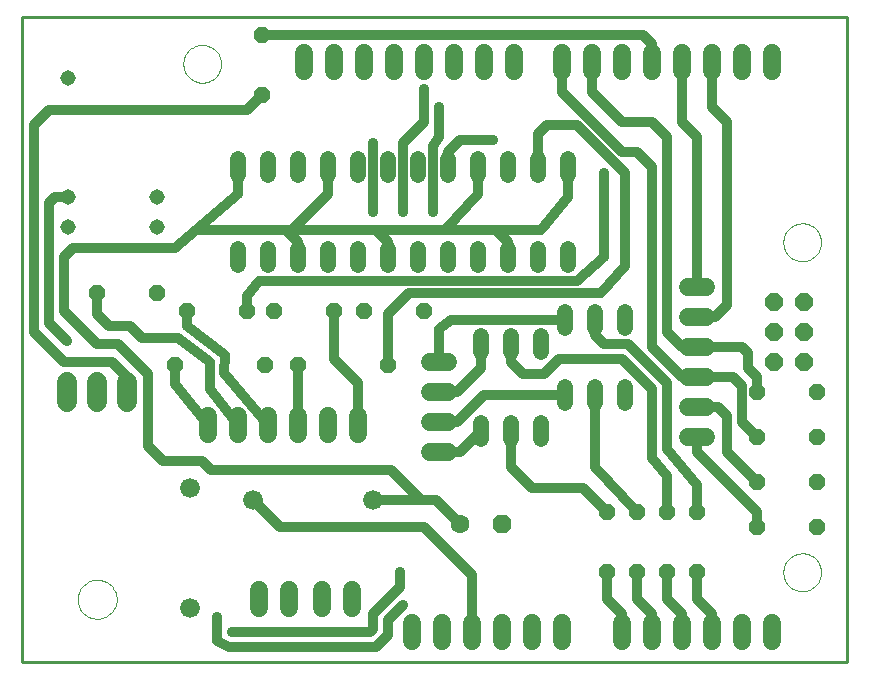
<source format=gtl>
G75*
G70*
%OFA0B0*%
%FSLAX24Y24*%
%IPPOS*%
%LPD*%
%AMOC8*
5,1,8,0,0,1.08239X$1,22.5*
%
%ADD10C,0.0100*%
%ADD11C,0.0000*%
%ADD12C,0.0520*%
%ADD13C,0.0660*%
%ADD14C,0.0660*%
%ADD15C,0.0600*%
%ADD16C,0.0594*%
%ADD17OC8,0.0520*%
%ADD18C,0.0515*%
%ADD19OC8,0.0600*%
%ADD20OC8,0.0630*%
%ADD21C,0.0630*%
%ADD22C,0.0320*%
%ADD23C,0.0356*%
D10*
X000151Y000242D02*
X000151Y021742D01*
X027651Y021742D01*
X027651Y000242D01*
X000151Y000242D01*
D11*
X002001Y002342D02*
X002003Y002392D01*
X002009Y002442D01*
X002019Y002492D01*
X002032Y002540D01*
X002049Y002588D01*
X002070Y002634D01*
X002094Y002678D01*
X002122Y002720D01*
X002153Y002760D01*
X002187Y002797D01*
X002224Y002832D01*
X002263Y002863D01*
X002304Y002892D01*
X002348Y002917D01*
X002394Y002939D01*
X002441Y002957D01*
X002489Y002971D01*
X002538Y002982D01*
X002588Y002989D01*
X002638Y002992D01*
X002689Y002991D01*
X002739Y002986D01*
X002789Y002977D01*
X002837Y002965D01*
X002885Y002948D01*
X002931Y002928D01*
X002976Y002905D01*
X003019Y002878D01*
X003059Y002848D01*
X003097Y002815D01*
X003132Y002779D01*
X003165Y002740D01*
X003194Y002699D01*
X003220Y002656D01*
X003243Y002611D01*
X003262Y002564D01*
X003277Y002516D01*
X003289Y002467D01*
X003297Y002417D01*
X003301Y002367D01*
X003301Y002317D01*
X003297Y002267D01*
X003289Y002217D01*
X003277Y002168D01*
X003262Y002120D01*
X003243Y002073D01*
X003220Y002028D01*
X003194Y001985D01*
X003165Y001944D01*
X003132Y001905D01*
X003097Y001869D01*
X003059Y001836D01*
X003019Y001806D01*
X002976Y001779D01*
X002931Y001756D01*
X002885Y001736D01*
X002837Y001719D01*
X002789Y001707D01*
X002739Y001698D01*
X002689Y001693D01*
X002638Y001692D01*
X002588Y001695D01*
X002538Y001702D01*
X002489Y001713D01*
X002441Y001727D01*
X002394Y001745D01*
X002348Y001767D01*
X002304Y001792D01*
X002263Y001821D01*
X002224Y001852D01*
X002187Y001887D01*
X002153Y001924D01*
X002122Y001964D01*
X002094Y002006D01*
X002070Y002050D01*
X002049Y002096D01*
X002032Y002144D01*
X002019Y002192D01*
X002009Y002242D01*
X002003Y002292D01*
X002001Y002342D01*
X005521Y020192D02*
X005523Y020242D01*
X005529Y020292D01*
X005539Y020341D01*
X005553Y020389D01*
X005570Y020436D01*
X005591Y020481D01*
X005616Y020525D01*
X005644Y020566D01*
X005676Y020605D01*
X005710Y020642D01*
X005747Y020676D01*
X005787Y020706D01*
X005829Y020733D01*
X005873Y020757D01*
X005919Y020778D01*
X005966Y020794D01*
X006014Y020807D01*
X006064Y020816D01*
X006113Y020821D01*
X006164Y020822D01*
X006214Y020819D01*
X006263Y020812D01*
X006312Y020801D01*
X006360Y020786D01*
X006406Y020768D01*
X006451Y020746D01*
X006494Y020720D01*
X006535Y020691D01*
X006574Y020659D01*
X006610Y020624D01*
X006642Y020586D01*
X006672Y020546D01*
X006699Y020503D01*
X006722Y020459D01*
X006741Y020413D01*
X006757Y020365D01*
X006769Y020316D01*
X006777Y020267D01*
X006781Y020217D01*
X006781Y020167D01*
X006777Y020117D01*
X006769Y020068D01*
X006757Y020019D01*
X006741Y019971D01*
X006722Y019925D01*
X006699Y019881D01*
X006672Y019838D01*
X006642Y019798D01*
X006610Y019760D01*
X006574Y019725D01*
X006535Y019693D01*
X006494Y019664D01*
X006451Y019638D01*
X006406Y019616D01*
X006360Y019598D01*
X006312Y019583D01*
X006263Y019572D01*
X006214Y019565D01*
X006164Y019562D01*
X006113Y019563D01*
X006064Y019568D01*
X006014Y019577D01*
X005966Y019590D01*
X005919Y019606D01*
X005873Y019627D01*
X005829Y019651D01*
X005787Y019678D01*
X005747Y019708D01*
X005710Y019742D01*
X005676Y019779D01*
X005644Y019818D01*
X005616Y019859D01*
X005591Y019903D01*
X005570Y019948D01*
X005553Y019995D01*
X005539Y020043D01*
X005529Y020092D01*
X005523Y020142D01*
X005521Y020192D01*
X025521Y014242D02*
X025523Y014292D01*
X025529Y014342D01*
X025539Y014391D01*
X025553Y014439D01*
X025570Y014486D01*
X025591Y014531D01*
X025616Y014575D01*
X025644Y014616D01*
X025676Y014655D01*
X025710Y014692D01*
X025747Y014726D01*
X025787Y014756D01*
X025829Y014783D01*
X025873Y014807D01*
X025919Y014828D01*
X025966Y014844D01*
X026014Y014857D01*
X026064Y014866D01*
X026113Y014871D01*
X026164Y014872D01*
X026214Y014869D01*
X026263Y014862D01*
X026312Y014851D01*
X026360Y014836D01*
X026406Y014818D01*
X026451Y014796D01*
X026494Y014770D01*
X026535Y014741D01*
X026574Y014709D01*
X026610Y014674D01*
X026642Y014636D01*
X026672Y014596D01*
X026699Y014553D01*
X026722Y014509D01*
X026741Y014463D01*
X026757Y014415D01*
X026769Y014366D01*
X026777Y014317D01*
X026781Y014267D01*
X026781Y014217D01*
X026777Y014167D01*
X026769Y014118D01*
X026757Y014069D01*
X026741Y014021D01*
X026722Y013975D01*
X026699Y013931D01*
X026672Y013888D01*
X026642Y013848D01*
X026610Y013810D01*
X026574Y013775D01*
X026535Y013743D01*
X026494Y013714D01*
X026451Y013688D01*
X026406Y013666D01*
X026360Y013648D01*
X026312Y013633D01*
X026263Y013622D01*
X026214Y013615D01*
X026164Y013612D01*
X026113Y013613D01*
X026064Y013618D01*
X026014Y013627D01*
X025966Y013640D01*
X025919Y013656D01*
X025873Y013677D01*
X025829Y013701D01*
X025787Y013728D01*
X025747Y013758D01*
X025710Y013792D01*
X025676Y013829D01*
X025644Y013868D01*
X025616Y013909D01*
X025591Y013953D01*
X025570Y013998D01*
X025553Y014045D01*
X025539Y014093D01*
X025529Y014142D01*
X025523Y014192D01*
X025521Y014242D01*
X025521Y003242D02*
X025523Y003292D01*
X025529Y003342D01*
X025539Y003391D01*
X025553Y003439D01*
X025570Y003486D01*
X025591Y003531D01*
X025616Y003575D01*
X025644Y003616D01*
X025676Y003655D01*
X025710Y003692D01*
X025747Y003726D01*
X025787Y003756D01*
X025829Y003783D01*
X025873Y003807D01*
X025919Y003828D01*
X025966Y003844D01*
X026014Y003857D01*
X026064Y003866D01*
X026113Y003871D01*
X026164Y003872D01*
X026214Y003869D01*
X026263Y003862D01*
X026312Y003851D01*
X026360Y003836D01*
X026406Y003818D01*
X026451Y003796D01*
X026494Y003770D01*
X026535Y003741D01*
X026574Y003709D01*
X026610Y003674D01*
X026642Y003636D01*
X026672Y003596D01*
X026699Y003553D01*
X026722Y003509D01*
X026741Y003463D01*
X026757Y003415D01*
X026769Y003366D01*
X026777Y003317D01*
X026781Y003267D01*
X026781Y003217D01*
X026777Y003167D01*
X026769Y003118D01*
X026757Y003069D01*
X026741Y003021D01*
X026722Y002975D01*
X026699Y002931D01*
X026672Y002888D01*
X026642Y002848D01*
X026610Y002810D01*
X026574Y002775D01*
X026535Y002743D01*
X026494Y002714D01*
X026451Y002688D01*
X026406Y002666D01*
X026360Y002648D01*
X026312Y002633D01*
X026263Y002622D01*
X026214Y002615D01*
X026164Y002612D01*
X026113Y002613D01*
X026064Y002618D01*
X026014Y002627D01*
X025966Y002640D01*
X025919Y002656D01*
X025873Y002677D01*
X025829Y002701D01*
X025787Y002728D01*
X025747Y002758D01*
X025710Y002792D01*
X025676Y002829D01*
X025644Y002868D01*
X025616Y002909D01*
X025591Y002953D01*
X025570Y002998D01*
X025553Y003045D01*
X025539Y003093D01*
X025529Y003142D01*
X025523Y003192D01*
X025521Y003242D01*
D12*
X020251Y008882D02*
X020251Y009402D01*
X019251Y009402D02*
X019251Y008882D01*
X018251Y008882D02*
X018251Y009402D01*
X017451Y008202D02*
X017451Y007682D01*
X016451Y007682D02*
X016451Y008202D01*
X015451Y008202D02*
X015451Y007682D01*
X015451Y010582D02*
X015451Y011102D01*
X016451Y011102D02*
X016451Y010582D01*
X017451Y010582D02*
X017451Y011102D01*
X018251Y011382D02*
X018251Y011902D01*
X019251Y011902D02*
X019251Y011382D01*
X020251Y011382D02*
X020251Y011902D01*
X018351Y013482D02*
X018351Y014002D01*
X017351Y014002D02*
X017351Y013482D01*
X016351Y013482D02*
X016351Y014002D01*
X015351Y014002D02*
X015351Y013482D01*
X014351Y013482D02*
X014351Y014002D01*
X013351Y014002D02*
X013351Y013482D01*
X012351Y013482D02*
X012351Y014002D01*
X011351Y014002D02*
X011351Y013482D01*
X010351Y013482D02*
X010351Y014002D01*
X009351Y014002D02*
X009351Y013482D01*
X008351Y013482D02*
X008351Y014002D01*
X007351Y014002D02*
X007351Y013482D01*
X007351Y016482D02*
X007351Y017002D01*
X008351Y017002D02*
X008351Y016482D01*
X009351Y016482D02*
X009351Y017002D01*
X010351Y017002D02*
X010351Y016482D01*
X011351Y016482D02*
X011351Y017002D01*
X012351Y017002D02*
X012351Y016482D01*
X013351Y016482D02*
X013351Y017002D01*
X014351Y017002D02*
X014351Y016482D01*
X015351Y016482D02*
X015351Y017002D01*
X016351Y017002D02*
X016351Y016482D01*
X017351Y016482D02*
X017351Y017002D01*
X018351Y017002D02*
X018351Y016482D01*
D13*
X003651Y009572D02*
X003651Y008912D01*
X002651Y008912D02*
X002651Y009572D01*
X001651Y009572D02*
X001651Y008912D01*
D14*
X005751Y006042D03*
X007851Y005642D03*
X011851Y005642D03*
X005751Y002042D03*
D15*
X006351Y007842D02*
X006351Y008442D01*
X007351Y008442D02*
X007351Y007842D01*
X008351Y007842D02*
X008351Y008442D01*
X009351Y008442D02*
X009351Y007842D01*
X010351Y007842D02*
X010351Y008442D01*
X011351Y008442D02*
X011351Y007842D01*
X013751Y008242D02*
X014351Y008242D01*
X014351Y007242D02*
X013751Y007242D01*
X013751Y009242D02*
X014351Y009242D01*
X014351Y010242D02*
X013751Y010242D01*
X022351Y010742D02*
X022951Y010742D01*
X022951Y011742D02*
X022351Y011742D01*
X022351Y012742D02*
X022951Y012742D01*
X022951Y009742D02*
X022351Y009742D01*
X022351Y008742D02*
X022951Y008742D01*
X022951Y007742D02*
X022351Y007742D01*
X022151Y001542D02*
X022151Y000942D01*
X021151Y000942D02*
X021151Y001542D01*
X020151Y001542D02*
X020151Y000942D01*
X018151Y000942D02*
X018151Y001542D01*
X017151Y001542D02*
X017151Y000942D01*
X016151Y000942D02*
X016151Y001542D01*
X015151Y001542D02*
X015151Y000942D01*
X014151Y000942D02*
X014151Y001542D01*
X013151Y001542D02*
X013151Y000942D01*
X023151Y000942D02*
X023151Y001542D01*
X024151Y001542D02*
X024151Y000942D01*
X025151Y000942D02*
X025151Y001542D01*
X025151Y019942D02*
X025151Y020542D01*
X024151Y020542D02*
X024151Y019942D01*
X023151Y019942D02*
X023151Y020542D01*
X022151Y020542D02*
X022151Y019942D01*
X021151Y019942D02*
X021151Y020542D01*
X020151Y020542D02*
X020151Y019942D01*
X019151Y019942D02*
X019151Y020542D01*
X018151Y020542D02*
X018151Y019942D01*
X016551Y019942D02*
X016551Y020542D01*
X015551Y020542D02*
X015551Y019942D01*
X014551Y019942D02*
X014551Y020542D01*
X013551Y020542D02*
X013551Y019942D01*
X012551Y019942D02*
X012551Y020542D01*
X011551Y020542D02*
X011551Y019942D01*
X010551Y019942D02*
X010551Y020542D01*
X009551Y020542D02*
X009551Y019942D01*
D16*
X009051Y002639D02*
X009051Y002045D01*
X008051Y002045D02*
X008051Y002639D01*
X010151Y002639D02*
X010151Y002045D01*
X011151Y002045D02*
X011151Y002639D01*
D17*
X019651Y003242D03*
X020651Y003242D03*
X021651Y003242D03*
X022651Y003242D03*
X024651Y004742D03*
X024651Y006242D03*
X024651Y007742D03*
X024651Y009242D03*
X026651Y009242D03*
X026651Y007742D03*
X026651Y006242D03*
X026651Y004742D03*
X022651Y005242D03*
X021651Y005242D03*
X020651Y005242D03*
X019651Y005242D03*
X012351Y010142D03*
X011551Y011942D03*
X010551Y011942D03*
X008551Y011942D03*
X007651Y011942D03*
X005651Y011942D03*
X004651Y012542D03*
X002651Y012542D03*
X005251Y010142D03*
X008251Y010142D03*
X009351Y010142D03*
X013551Y011942D03*
X008151Y019142D03*
X008151Y021142D03*
D18*
X001661Y019732D03*
X001661Y015742D03*
X001661Y014752D03*
X004641Y014752D03*
X004641Y015742D03*
D19*
X025201Y012242D03*
X025201Y011242D03*
X026201Y011242D03*
X026201Y012242D03*
X026201Y010242D03*
X025201Y010242D03*
D20*
X016151Y004842D03*
D21*
X014751Y004842D03*
D22*
X013951Y005642D01*
X013451Y005642D01*
X012751Y005642D01*
X011851Y005642D01*
X012451Y006642D02*
X013451Y005642D01*
X013551Y004742D02*
X008751Y004742D01*
X007851Y005642D01*
X006451Y006642D02*
X012451Y006642D01*
X014051Y007242D02*
X014751Y007242D01*
X015451Y007942D01*
X014651Y008242D02*
X014051Y008242D01*
X014651Y008242D02*
X015551Y009142D01*
X018251Y009142D01*
X017551Y009842D02*
X018051Y010342D01*
X020151Y010342D01*
X021151Y009342D01*
X021151Y007042D01*
X021651Y006442D01*
X021651Y005242D01*
X020651Y005242D02*
X019251Y006742D01*
X019251Y009142D01*
X017551Y009842D02*
X016851Y009842D01*
X016451Y010242D01*
X016451Y010842D01*
X015451Y010842D02*
X015451Y010042D01*
X014651Y009242D01*
X014051Y009242D01*
X014051Y010242D02*
X014051Y011342D01*
X014451Y011642D01*
X018251Y011642D01*
X019251Y011642D02*
X019251Y011142D01*
X019551Y010842D01*
X020351Y010842D01*
X021651Y009542D01*
X021651Y007342D01*
X022651Y006142D01*
X022651Y005242D01*
X024651Y005242D02*
X022651Y007242D01*
X022651Y007742D01*
X022651Y008742D02*
X023351Y008742D01*
X023651Y008442D01*
X023651Y008042D01*
X023651Y007942D01*
X023651Y007242D01*
X024651Y006242D01*
X024651Y005242D02*
X024651Y004742D01*
X022651Y003242D02*
X022651Y002342D01*
X023151Y001842D01*
X023151Y001242D01*
X022151Y001242D02*
X022151Y001842D01*
X021651Y002342D01*
X021651Y003242D01*
X020651Y003242D02*
X020651Y002342D01*
X021151Y001842D01*
X021151Y001242D01*
X020151Y001242D02*
X020151Y001842D01*
X019651Y002342D01*
X019651Y003242D01*
X019651Y005242D02*
X018851Y006042D01*
X017151Y006042D01*
X016451Y006742D01*
X016451Y007942D01*
X013551Y004742D02*
X015151Y003142D01*
X015151Y001242D01*
X012851Y002142D02*
X012351Y001642D01*
X012351Y001142D01*
X011951Y000742D01*
X007051Y000742D01*
X006651Y000942D01*
X006651Y001742D01*
X007151Y001242D02*
X011751Y001242D01*
X011851Y001342D01*
X011851Y001842D01*
X012751Y002742D01*
X012751Y003242D01*
X006451Y006642D02*
X006151Y006942D01*
X004851Y006942D01*
X004351Y007442D01*
X004351Y009842D01*
X003351Y010842D01*
X002651Y010842D01*
X001551Y011942D01*
X001551Y013742D01*
X001851Y014042D01*
X005251Y014042D01*
X005951Y014642D01*
X007351Y015842D01*
X007351Y016742D01*
X007651Y018642D02*
X008151Y019142D01*
X007651Y018642D02*
X001051Y018642D01*
X000551Y018142D01*
X000551Y011242D01*
X001551Y010242D01*
X003151Y010242D01*
X003651Y009742D01*
X003651Y009242D01*
X005251Y009522D02*
X005251Y010142D01*
X005251Y009522D02*
X006351Y008142D01*
X007351Y008142D02*
X006411Y009342D01*
X006411Y010242D01*
X005351Y011042D01*
X004151Y011042D01*
X003751Y011442D01*
X003051Y011442D01*
X002651Y011842D01*
X002651Y012542D01*
X001051Y011542D02*
X001051Y015542D01*
X001251Y015742D01*
X001661Y015742D01*
X005951Y014642D02*
X008951Y014642D01*
X009351Y014242D01*
X009351Y013742D01*
X009151Y014642D02*
X008951Y014642D01*
X009151Y014642D02*
X010351Y015842D01*
X010351Y016742D01*
X011851Y017542D02*
X011851Y015242D01*
X011951Y014642D02*
X009151Y014642D01*
X008051Y012942D02*
X007651Y012442D01*
X007651Y011942D01*
X008051Y012942D02*
X018651Y012942D01*
X019551Y013742D01*
X019551Y016542D01*
X020251Y016542D02*
X018651Y018142D01*
X017651Y018142D01*
X017351Y017842D01*
X017351Y016742D01*
X018351Y016742D02*
X018351Y015742D01*
X017451Y014642D01*
X015951Y014642D01*
X014251Y014642D01*
X011951Y014642D01*
X012351Y014242D01*
X012351Y013742D01*
X013051Y012542D02*
X019451Y012542D01*
X020251Y013442D01*
X020251Y016542D01*
X020151Y017242D02*
X020651Y017242D01*
X021151Y016742D01*
X021151Y010742D01*
X022151Y009742D01*
X022651Y009742D01*
X023851Y009742D01*
X024151Y009442D01*
X024151Y009042D01*
X024151Y008942D01*
X024151Y008242D01*
X024651Y007742D01*
X024651Y009242D02*
X024651Y009742D01*
X024351Y010042D01*
X024351Y010542D01*
X024151Y010742D01*
X022651Y010742D01*
X022151Y010742D01*
X021651Y011242D01*
X021651Y017742D01*
X021151Y018242D01*
X020151Y018242D01*
X019151Y019242D01*
X019151Y020242D01*
X018151Y020242D02*
X018151Y019242D01*
X020151Y017242D01*
X022151Y018242D02*
X022151Y020242D01*
X021151Y020242D02*
X021151Y020842D01*
X020851Y021142D01*
X020351Y021142D01*
X019851Y021142D01*
X008151Y021142D01*
X012851Y017542D02*
X013551Y018242D01*
X013551Y019342D01*
X014051Y018742D02*
X014051Y017742D01*
X013851Y017442D01*
X013851Y015242D01*
X014251Y014642D02*
X015351Y015842D01*
X015351Y016742D01*
X014351Y016742D02*
X014351Y017242D01*
X014751Y017642D01*
X015851Y017642D01*
X012851Y017542D02*
X012851Y015242D01*
X015951Y014642D02*
X016351Y014242D01*
X016351Y013742D01*
X013051Y012542D02*
X012351Y011842D01*
X012351Y010142D01*
X011351Y009542D02*
X010551Y010342D01*
X010551Y011942D01*
X009351Y010142D02*
X009351Y008142D01*
X008351Y008142D02*
X006891Y009872D01*
X006901Y010492D01*
X005651Y011442D01*
X005651Y011942D01*
X001651Y010942D02*
X001051Y011542D01*
X011351Y009542D02*
X011351Y008142D01*
X022651Y011742D02*
X023251Y011742D01*
X023651Y012142D01*
X023651Y012342D01*
X023651Y012642D01*
X023651Y018242D01*
X023151Y018742D01*
X023151Y020242D01*
X022151Y018242D02*
X022651Y017742D01*
X022651Y012742D01*
D23*
X019551Y016542D03*
X015851Y017642D03*
X014051Y018742D03*
X013551Y019342D03*
X011851Y017542D03*
X011851Y015242D03*
X012851Y015242D03*
X013851Y015242D03*
X012751Y005642D03*
X012751Y003242D03*
X012851Y002142D03*
X007151Y001242D03*
X006651Y001742D03*
X001651Y010942D03*
M02*

</source>
